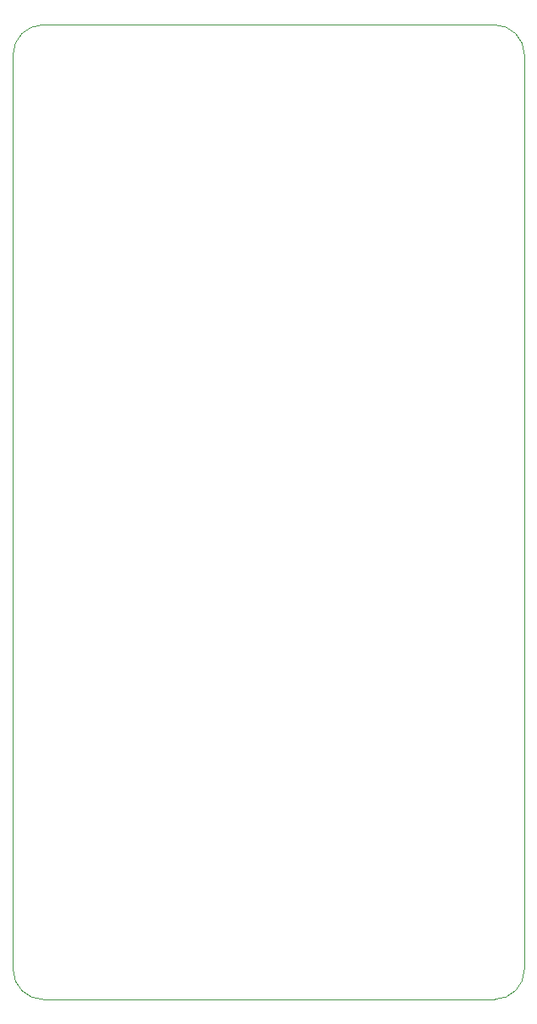
<source format=gbr>
%TF.GenerationSoftware,KiCad,Pcbnew,(5.1.10)-1*%
%TF.CreationDate,2021-09-02T16:56:43-04:00*%
%TF.ProjectId,buoy-c,62756f79-2d63-42e6-9b69-6361645f7063,1.0*%
%TF.SameCoordinates,Original*%
%TF.FileFunction,Profile,NP*%
%FSLAX46Y46*%
G04 Gerber Fmt 4.6, Leading zero omitted, Abs format (unit mm)*
G04 Created by KiCad (PCBNEW (5.1.10)-1) date 2021-09-02 16:56:43*
%MOMM*%
%LPD*%
G01*
G04 APERTURE LIST*
%TA.AperFunction,Profile*%
%ADD10C,0.050000*%
%TD*%
G04 APERTURE END LIST*
D10*
X151750000Y-194500000D02*
G75*
G02*
X148750000Y-197500000I-3000000J0D01*
G01*
X148750000Y-100000000D02*
G75*
G02*
X151750000Y-103000000I0J-3000000D01*
G01*
X103550000Y-197500000D02*
G75*
G02*
X100550000Y-194500000I0J3000000D01*
G01*
X100550000Y-103000000D02*
G75*
G02*
X103550000Y-100000000I3000000J0D01*
G01*
X103550000Y-197500000D02*
X148750000Y-197500000D01*
X103550000Y-100000000D02*
X148750000Y-100000000D01*
X151750000Y-103000000D02*
X151750000Y-194500000D01*
X100550000Y-103000000D02*
X100550000Y-194500000D01*
M02*

</source>
